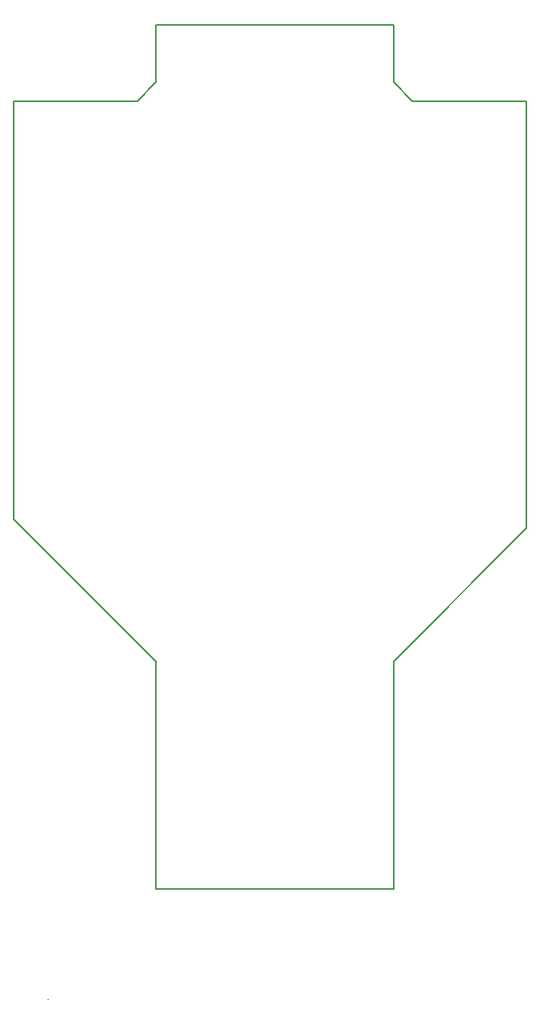
<source format=gm1>
G04 #@! TF.GenerationSoftware,KiCad,Pcbnew,(2017-06-12 revision 19d5cc754)-master*
G04 #@! TF.CreationDate,2018-05-14T22:42:30+02:00*
G04 #@! TF.ProjectId,RFID_MLX90109,524649445F4D4C5839303130392E6B69,rev?*
G04 #@! TF.FileFunction,Profile,NP*
%FSLAX46Y46*%
G04 Gerber Fmt 4.6, Leading zero omitted, Abs format (unit mm)*
G04 Created by KiCad (PCBNEW (2017-06-12 revision 19d5cc754)-master) date 2018 May 14, Monday 22:42:30*
%MOMM*%
%LPD*%
G01*
G04 APERTURE LIST*
%ADD10C,0.100000*%
%ADD11C,0.150000*%
%ADD12C,0.200000*%
G04 APERTURE END LIST*
D10*
D11*
X184000000Y-36000000D02*
X184000000Y-36000000D01*
X172000000Y-36000000D02*
X184000000Y-36000000D01*
X130000000Y-36000000D02*
X130000000Y-36000000D01*
X143000000Y-36000000D02*
X130000000Y-36000000D01*
X145000000Y-34000000D02*
X143000000Y-36000000D01*
X145000000Y-28000000D02*
X145000000Y-34000000D01*
X170000000Y-28000000D02*
X145000000Y-28000000D01*
X170000000Y-34000000D02*
X170000000Y-28000000D01*
X172000000Y-36000000D02*
X170000000Y-34000000D01*
X145000000Y-95000000D02*
X145000000Y-95000000D01*
X145000000Y-119000000D02*
X145000000Y-95000000D01*
X170000000Y-119000000D02*
X145000000Y-119000000D01*
X170000000Y-95000000D02*
X170000000Y-119000000D01*
X184000000Y-36000000D02*
X184000000Y-36000000D01*
X153000000Y-28000000D02*
X161000000Y-28000000D01*
X184000000Y-36000000D02*
X184000000Y-36000000D01*
X184000000Y-81000000D02*
X184000000Y-36000000D01*
X170000000Y-95000000D02*
X184000000Y-81000000D01*
X151000000Y-119000000D02*
X164000000Y-119000000D01*
X130000000Y-80000000D02*
X145000000Y-95000000D01*
X130000000Y-36000000D02*
X130000000Y-80000000D01*
D12*
X132000000Y-36000000D02*
X132000000Y-36000000D01*
X130000000Y-36000000D02*
X132000000Y-36000000D01*
D11*
X133604000Y-130556000D02*
X133604000Y-130556000D01*
M02*

</source>
